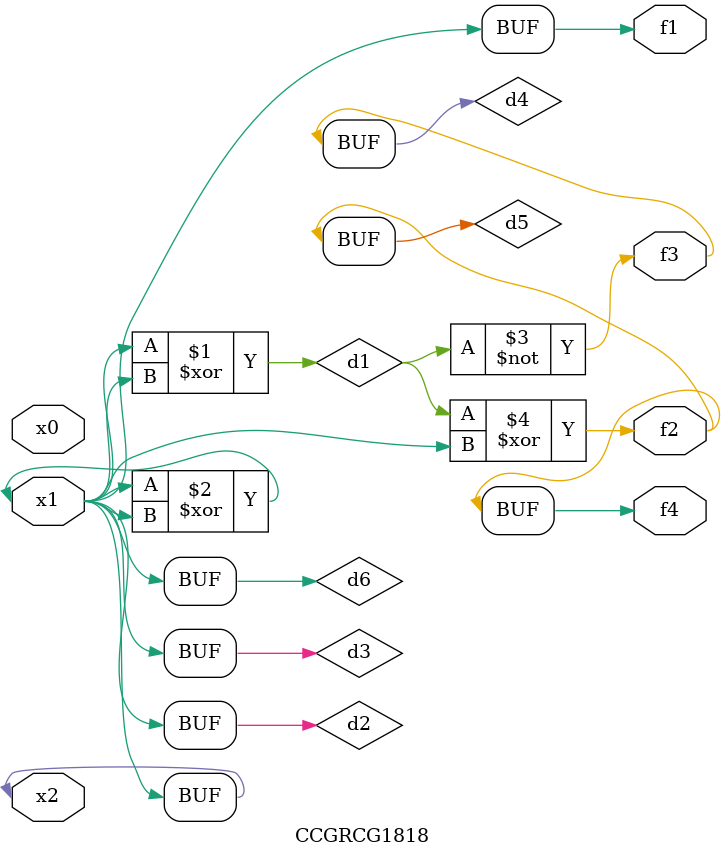
<source format=v>
module CCGRCG1818(
	input x0, x1, x2,
	output f1, f2, f3, f4
);

	wire d1, d2, d3, d4, d5, d6;

	xor (d1, x1, x2);
	buf (d2, x1, x2);
	xor (d3, x1, x2);
	nor (d4, d1);
	xor (d5, d1, d2);
	buf (d6, d2, d3);
	assign f1 = d6;
	assign f2 = d5;
	assign f3 = d4;
	assign f4 = d5;
endmodule

</source>
